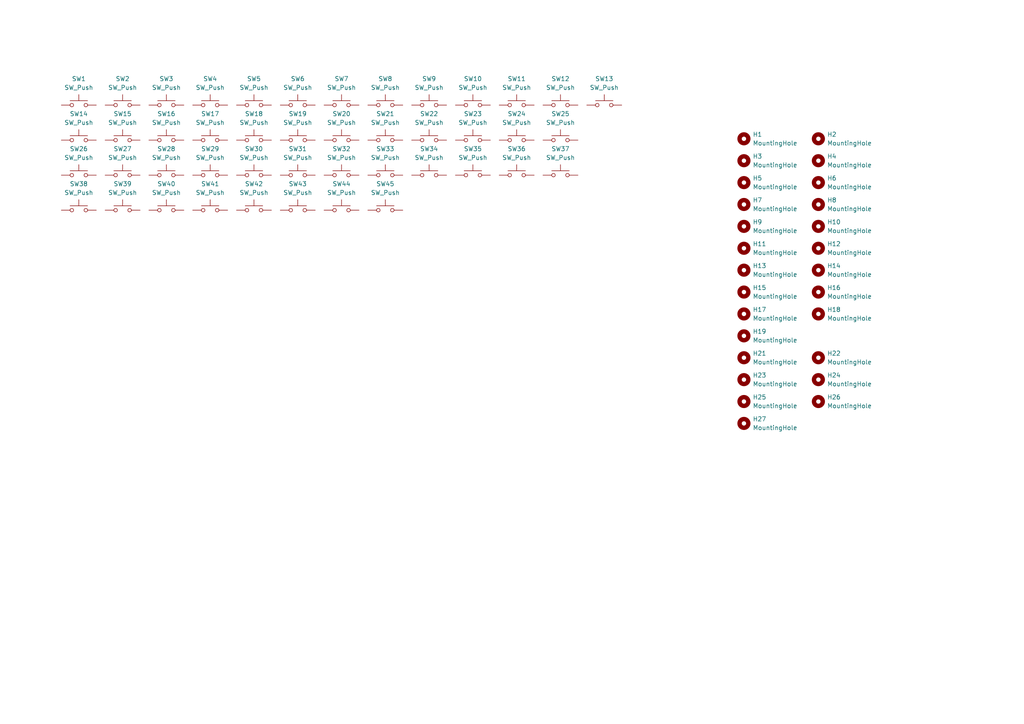
<source format=kicad_sch>
(kicad_sch (version 20230121) (generator eeschema)
  (paper "A4")
  (title_block (title "capybully") (date "2023-07-18") (rev "0.1") (company "sporkus"))
  (lib_symbols
    (symbol "Mechanical:MountingHole" (pin_names (offset 1.016))
      (property "Reference" "H" (at 0 5.08 0))
      (property "Value" "MountingHole" (at 0 3.175 0))
      (symbol "MountingHole_0_1"
        (circle (center 0 0) (radius 1.27) (stroke (width 1.27)))
      )
    )
    (symbol "Switch:SW_Push" (pin_numbers hide) (pin_names (offset 1.016) hide)
      (property "Reference" "SW" (at 1.27 2.54 0))
      (property "Value" "SW_Push" (at 0 -1.524 0))
      (symbol "SW_Push_0_1"
        (circle (center -2.032 0) (radius 0.508))
        (polyline (pts (xy 0 1.27) (xy 0 3.048)))
        (polyline (pts (xy 2.54 1.27) (xy -2.54 1.27)))
        (circle (center 2.032 0) (radius 0.508))
        (pin passive line (at -5.08 0 0) (length 2.54) (name "1") (number "1"))
        (pin passive line (at 5.08 0 180) (length 2.54) (name "2") (number "2"))
      )
    )
  )
  (symbol (lib_id "Switch:SW_Push") (at 137.16 30.48 0) (unit 1)
    (property "Reference" "SW10" (at 137.16 22.86 0))
    (property "Value" "SW_Push" (at 137.16 25.4 0))
    (property "Footprint" "capacitive_sensors:plate_cut_1U_topre" (effects hide))
  )
  (symbol (lib_id "Switch:SW_Push") (at 73.66 30.48 0) (unit 1)
    (property "Reference" "SW5" (at 73.66 22.86 0))
    (property "Value" "SW_Push" (at 73.66 25.4 0))
    (property "Footprint" "capacitive_sensors:plate_cut_1U_topre" (effects hide))
  )
  (symbol (lib_id "Switch:SW_Push") (at 111.76 30.48 0) (unit 1)
    (property "Reference" "SW8" (at 111.76 22.86 0))
    (property "Value" "SW_Push" (at 111.76 25.4 0))
    (property "Footprint" "capacitive_sensors:plate_cut_1U_topre" (effects hide))
  )
  (symbol (lib_id "Switch:SW_Push") (at 22.86 50.8 0) (unit 1)
    (property "Reference" "SW26" (at 22.86 43.18 0))
    (property "Value" "SW_Push" (at 22.86 45.72 0))
    (property "Footprint" "capacitive_sensors:plate_cut_2U_topre" (effects hide))
  )
  (symbol (lib_id "Switch:SW_Push") (at 99.06 50.8 0) (unit 1)
    (property "Reference" "SW32" (at 99.06 43.18 0))
    (property "Value" "SW_Push" (at 99.06 45.72 0))
    (property "Footprint" "capacitive_sensors:plate_cut_1U_topre" (effects hide))
  )
  (symbol (lib_id "Switch:SW_Push") (at 137.16 50.8 0) (unit 1)
    (property "Reference" "SW35" (at 137.16 43.18 0))
    (property "Value" "SW_Push" (at 137.16 45.72 0))
    (property "Footprint" "capacitive_sensors:plate_cut_1U_topre" (effects hide))
  )
  (symbol (lib_id "Switch:SW_Push") (at 60.96 40.64 0) (unit 1)
    (property "Reference" "SW17" (at 60.96 33.02 0))
    (property "Value" "SW_Push" (at 60.96 35.56 0))
    (property "Footprint" "capacitive_sensors:plate_cut_1U_topre" (effects hide))
  )
  (symbol (lib_id "Mechanical:MountingHole") (at 215.773 72.009 0) (unit 1)
    (property "Reference" "H11" (at 218.313 70.739 0) (effects (justify left)))
    (property "Value" "MountingHole" (at 218.313 73.279 0) (effects (justify left)))
    (property "Footprint" "capacitive_sensors:MountingHole_2.2mm_M2" (effects hide))
  )
  (symbol (lib_id "Mechanical:MountingHole") (at 237.363 72.009 0) (unit 1)
    (property "Reference" "H12" (at 239.903 70.739 0) (effects (justify left)))
    (property "Value" "MountingHole" (at 239.903 73.279 0) (effects (justify left)))
    (property "Footprint" "capacitive_sensors:MountingHole_2.2mm_M2" (effects hide))
  )
  (symbol (lib_id "Switch:SW_Push") (at 99.06 40.64 0) (unit 1)
    (property "Reference" "SW20" (at 99.06 33.02 0))
    (property "Value" "SW_Push" (at 99.06 35.56 0))
    (property "Footprint" "capacitive_sensors:plate_cut_1U_topre" (effects hide))
  )
  (symbol (lib_id "Switch:SW_Push") (at 22.86 40.64 0) (unit 1)
    (property "Reference" "SW14" (at 22.86 33.02 0))
    (property "Value" "SW_Push" (at 22.86 35.56 0))
    (property "Footprint" "capacitive_sensors:plate_cut_combo_0.25u_offset_topre" (effects hide))
  )
  (symbol (lib_id "Mechanical:MountingHole") (at 215.773 103.759 0) (unit 1)
    (property "Reference" "H21" (at 218.313 102.489 0) (effects (justify left)))
    (property "Value" "MountingHole" (at 218.313 105.029 0) (effects (justify left)))
    (property "Footprint" "capacitive_sensors:MountingHole_2.2mm_M2" (effects hide))
  )
  (symbol (lib_id "Mechanical:MountingHole") (at 237.363 78.359 0) (unit 1)
    (property "Reference" "H14" (at 239.903 77.089 0) (effects (justify left)))
    (property "Value" "MountingHole" (at 239.903 79.629 0) (effects (justify left)))
    (property "Footprint" "capacitive_sensors:MountingHole_2.2mm_M2" (effects hide))
  )
  (symbol (lib_id "Switch:SW_Push") (at 111.76 40.64 0) (unit 1)
    (property "Reference" "SW21" (at 111.76 33.02 0))
    (property "Value" "SW_Push" (at 111.76 35.56 0))
    (property "Footprint" "capacitive_sensors:plate_cut_1U_topre" (effects hide))
  )
  (symbol (lib_id "Switch:SW_Push") (at 137.16 40.64 0) (unit 1)
    (property "Reference" "SW23" (at 137.16 33.02 0))
    (property "Value" "SW_Push" (at 137.16 35.56 0))
    (property "Footprint" "capacitive_sensors:plate_cut_1U_topre" (effects hide))
  )
  (symbol (lib_id "Switch:SW_Push") (at 162.56 50.8 0) (unit 1)
    (property "Reference" "SW37" (at 162.56 43.18 0))
    (property "Value" "SW_Push" (at 162.56 45.72 0))
    (property "Footprint" "capacitive_sensors:plate_cut_1U_topre" (effects hide))
  )
  (symbol (lib_id "Switch:SW_Push") (at 73.66 50.8 0) (unit 1)
    (property "Reference" "SW30" (at 73.66 43.18 0))
    (property "Value" "SW_Push" (at 73.66 45.72 0))
    (property "Footprint" "capacitive_sensors:plate_cut_1U_topre" (effects hide))
  )
  (symbol (lib_id "Switch:SW_Push") (at 73.66 40.64 0) (unit 1)
    (property "Reference" "SW18" (at 73.66 33.02 0))
    (property "Value" "SW_Push" (at 73.66 35.56 0))
    (property "Footprint" "capacitive_sensors:plate_cut_1U_topre" (effects hide))
  )
  (symbol (lib_id "Switch:SW_Push") (at 175.26 30.48 0) (unit 1)
    (property "Reference" "SW13" (at 175.26 22.86 0))
    (property "Value" "SW_Push" (at 175.26 25.4 0))
    (property "Footprint" "capacitive_sensors:plate_cut_1U_topre" (effects hide))
  )
  (symbol (lib_id "Switch:SW_Push") (at 86.36 60.96 0) (unit 1)
    (property "Reference" "SW43" (at 86.36 53.34 0))
    (property "Value" "SW_Push" (at 86.36 55.88 0))
    (property "Footprint" "capacitive_sensors:plate_cut_1U_topre" (effects hide))
  )
  (symbol (lib_id "Switch:SW_Push") (at 60.96 50.8 0) (unit 1)
    (property "Reference" "SW29" (at 60.96 43.18 0))
    (property "Value" "SW_Push" (at 60.96 45.72 0))
    (property "Footprint" "capacitive_sensors:plate_cut_1U_topre" (effects hide))
  )
  (symbol (lib_id "Switch:SW_Push") (at 35.56 30.48 0) (unit 1)
    (property "Reference" "SW2" (at 35.56 22.86 0))
    (property "Value" "SW_Push" (at 35.56 25.4 0))
    (property "Footprint" "capacitive_sensors:plate_cut_1U_topre" (effects hide))
  )
  (symbol (lib_id "Switch:SW_Push") (at 35.56 50.8 0) (unit 1)
    (property "Reference" "SW27" (at 35.56 43.18 0))
    (property "Value" "SW_Push" (at 35.56 45.72 0))
    (property "Footprint" "capacitive_sensors:plate_cut_1U_topre" (effects hide))
  )
  (symbol (lib_id "Switch:SW_Push") (at 48.26 40.64 0) (unit 1)
    (property "Reference" "SW16" (at 48.26 33.02 0))
    (property "Value" "SW_Push" (at 48.26 35.56 0))
    (property "Footprint" "capacitive_sensors:plate_cut_1U_topre" (effects hide))
  )
  (symbol (lib_id "Switch:SW_Push") (at 86.36 50.8 0) (unit 1)
    (property "Reference" "SW31" (at 86.36 43.18 0))
    (property "Value" "SW_Push" (at 86.36 45.72 0))
    (property "Footprint" "capacitive_sensors:plate_cut_1U_topre" (effects hide))
  )
  (symbol (lib_id "Mechanical:MountingHole") (at 215.773 97.409 0) (unit 1)
    (property "Reference" "H19" (at 218.313 96.139 0) (effects (justify left)))
    (property "Value" "MountingHole" (at 218.313 98.679 0) (effects (justify left)))
    (property "Footprint" "capacitive_sensors:MountingHole_2.2mm_M2" (effects hide))
  )
  (symbol (lib_id "Switch:SW_Push") (at 35.56 60.96 0) (unit 1)
    (property "Reference" "SW39" (at 35.56 53.34 0))
    (property "Value" "SW_Push" (at 35.56 55.88 0))
    (property "Footprint" "capacitive_sensors:plate_cut_1U_topre" (effects hide))
  )
  (symbol (lib_id "Mechanical:MountingHole") (at 215.773 46.609 0) (unit 1)
    (property "Reference" "H3" (at 218.313 45.339 0) (effects (justify left)))
    (property "Value" "MountingHole" (at 218.313 47.879 0) (effects (justify left)))
    (property "Footprint" "capacitive_sensors:MountingHole_2.2mm_M2" (effects hide))
  )
  (symbol (lib_id "Mechanical:MountingHole") (at 215.773 91.059 0) (unit 1)
    (property "Reference" "H17" (at 218.313 89.789 0) (effects (justify left)))
    (property "Value" "MountingHole" (at 218.313 92.329 0) (effects (justify left)))
    (property "Footprint" "capacitive_sensors:MountingHole_2.2mm_M2" (effects hide))
  )
  (symbol (lib_id "Mechanical:MountingHole") (at 237.363 46.609 0) (unit 1)
    (property "Reference" "H4" (at 239.903 45.339 0) (effects (justify left)))
    (property "Value" "MountingHole" (at 239.903 47.879 0) (effects (justify left)))
    (property "Footprint" "capacitive_sensors:MountingHole_2.2mm_M2" (effects hide))
  )
  (symbol (lib_id "Mechanical:MountingHole") (at 237.363 91.059 0) (unit 1)
    (property "Reference" "H18" (at 239.903 89.789 0) (effects (justify left)))
    (property "Value" "MountingHole" (at 239.903 92.329 0) (effects (justify left)))
    (property "Footprint" "capacitive_sensors:MountingHole_2.2mm_M2" (effects hide))
  )
  (symbol (lib_id "Mechanical:MountingHole") (at 215.773 78.359 0) (unit 1)
    (property "Reference" "H13" (at 218.313 77.089 0) (effects (justify left)))
    (property "Value" "MountingHole" (at 218.313 79.629 0) (effects (justify left)))
    (property "Footprint" "capacitive_sensors:MountingHole_2.2mm_M2" (effects hide))
  )
  (symbol (lib_id "Mechanical:MountingHole") (at 237.363 52.959 0) (unit 1)
    (property "Reference" "H6" (at 239.903 51.689 0) (effects (justify left)))
    (property "Value" "MountingHole" (at 239.903 54.229 0) (effects (justify left)))
    (property "Footprint" "capacitive_sensors:MountingHole_2.2mm_M2" (effects hide))
  )
  (symbol (lib_id "Switch:SW_Push") (at 149.86 30.48 0) (unit 1)
    (property "Reference" "SW11" (at 149.86 22.86 0))
    (property "Value" "SW_Push" (at 149.86 25.4 0))
    (property "Footprint" "capacitive_sensors:plate_cut_1U_topre" (effects hide))
  )
  (symbol (lib_id "Mechanical:MountingHole") (at 215.773 122.809 0) (unit 1)
    (property "Reference" "H27" (at 218.313 121.539 0) (effects (justify left)))
    (property "Value" "MountingHole" (at 218.313 124.079 0) (effects (justify left)))
    (property "Footprint" "capacitive_sensors:MountingHole_2.2mm_M2" (effects hide))
  )
  (symbol (lib_id "Mechanical:MountingHole") (at 215.773 59.309 0) (unit 1)
    (property "Reference" "H7" (at 218.313 58.039 0) (effects (justify left)))
    (property "Value" "MountingHole" (at 218.313 60.579 0) (effects (justify left)))
    (property "Footprint" "capacitive_sensors:MountingHole_2.2mm_M2" (effects hide))
  )
  (symbol (lib_id "Switch:SW_Push") (at 48.26 60.96 0) (unit 1)
    (property "Reference" "SW40" (at 48.26 53.34 0))
    (property "Value" "SW_Push" (at 48.26 55.88 0))
    (property "Footprint" "capacitive_sensors:plate_cut_1U_topre" (effects hide))
  )
  (symbol (lib_id "Switch:SW_Push") (at 162.56 30.48 0) (unit 1)
    (property "Reference" "SW12" (at 162.56 22.86 0))
    (property "Value" "SW_Push" (at 162.56 25.4 0))
    (property "Footprint" "capacitive_sensors:plate_cut_1U_topre" (effects hide))
  )
  (symbol (lib_id "Switch:SW_Push") (at 99.06 30.48 0) (unit 1)
    (property "Reference" "SW7" (at 99.06 22.86 0))
    (property "Value" "SW_Push" (at 99.06 25.4 0))
    (property "Footprint" "capacitive_sensors:plate_cut_1U_topre" (effects hide))
  )
  (symbol (lib_id "Switch:SW_Push") (at 22.86 60.96 0) (unit 1)
    (property "Reference" "SW38" (at 22.86 53.34 0))
    (property "Value" "SW_Push" (at 22.86 55.88 0))
    (property "Footprint" "capacitive_sensors:plate_cut_1U_topre" (effects hide))
  )
  (symbol (lib_id "Mechanical:MountingHole") (at 237.363 65.659 0) (unit 1)
    (property "Reference" "H10" (at 239.903 64.389 0) (effects (justify left)))
    (property "Value" "MountingHole" (at 239.903 66.929 0) (effects (justify left)))
    (property "Footprint" "capacitive_sensors:MountingHole_2.2mm_M2" (effects hide))
  )
  (symbol (lib_id "Mechanical:MountingHole") (at 237.363 110.109 0) (unit 1)
    (property "Reference" "H24" (at 239.903 108.839 0) (effects (justify left)))
    (property "Value" "MountingHole" (at 239.903 111.379 0) (effects (justify left)))
    (property "Footprint" "capacitive_sensors:MountingHole_2.2mm_M2" (effects hide))
  )
  (symbol (lib_id "Switch:SW_Push") (at 149.86 50.8 0) (unit 1)
    (property "Reference" "SW36" (at 149.86 43.18 0))
    (property "Value" "SW_Push" (at 149.86 45.72 0))
    (property "Footprint" "capacitive_sensors:plate_cut_1U_topre" (effects hide))
  )
  (symbol (lib_id "Switch:SW_Push") (at 73.66 60.96 0) (unit 1)
    (property "Reference" "SW42" (at 73.66 53.34 0))
    (property "Value" "SW_Push" (at 73.66 55.88 0))
    (property "Footprint" "capacitive_sensors:plate_cut_2U_topre" (effects hide))
  )
  (symbol (lib_id "Mechanical:MountingHole") (at 215.773 110.109 0) (unit 1)
    (property "Reference" "H23" (at 218.313 108.839 0) (effects (justify left)))
    (property "Value" "MountingHole" (at 218.313 111.379 0) (effects (justify left)))
    (property "Footprint" "capacitive_sensors:MountingHole_2.2mm_M2" (effects hide))
  )
  (symbol (lib_id "Switch:SW_Push") (at 48.26 50.8 0) (unit 1)
    (property "Reference" "SW28" (at 48.26 43.18 0))
    (property "Value" "SW_Push" (at 48.26 45.72 0))
    (property "Footprint" "capacitive_sensors:plate_cut_1U_topre" (effects hide))
  )
  (symbol (lib_id "Mechanical:MountingHole") (at 215.773 84.709 0) (unit 1)
    (property "Reference" "H15" (at 218.313 83.439 0) (effects (justify left)))
    (property "Value" "MountingHole" (at 218.313 85.979 0) (effects (justify left)))
    (property "Footprint" "capacitive_sensors:MountingHole_2.2mm_M2" (effects hide))
  )
  (symbol (lib_id "Switch:SW_Push") (at 60.96 30.48 0) (unit 1)
    (property "Reference" "SW4" (at 60.96 22.86 0))
    (property "Value" "SW_Push" (at 60.96 25.4 0))
    (property "Footprint" "capacitive_sensors:plate_cut_1U_topre" (effects hide))
  )
  (symbol (lib_id "Switch:SW_Push") (at 124.46 30.48 0) (unit 1)
    (property "Reference" "SW9" (at 124.46 22.86 0))
    (property "Value" "SW_Push" (at 124.46 25.4 0))
    (property "Footprint" "capacitive_sensors:plate_cut_1U_topre" (effects hide))
  )
  (symbol (lib_id "Mechanical:MountingHole") (at 237.363 116.459 0) (unit 1)
    (property "Reference" "H26" (at 239.903 115.189 0) (effects (justify left)))
    (property "Value" "MountingHole" (at 239.903 117.729 0) (effects (justify left)))
    (property "Footprint" "capacitive_sensors:MountingHole_2.2mm_M2" (effects hide))
  )
  (symbol (lib_id "Switch:SW_Push") (at 35.56 40.64 0) (unit 1)
    (property "Reference" "SW15" (at 35.56 33.02 0))
    (property "Value" "SW_Push" (at 35.56 35.56 0))
    (property "Footprint" "capacitive_sensors:plate_cut_1U_topre" (effects hide))
  )
  (symbol (lib_id "Switch:SW_Push") (at 86.36 40.64 0) (unit 1)
    (property "Reference" "SW19" (at 86.36 33.02 0))
    (property "Value" "SW_Push" (at 86.36 35.56 0))
    (property "Footprint" "capacitive_sensors:plate_cut_1U_topre" (effects hide))
  )
  (symbol (lib_id "Switch:SW_Push") (at 111.76 50.8 0) (unit 1)
    (property "Reference" "SW33" (at 111.76 43.18 0))
    (property "Value" "SW_Push" (at 111.76 45.72 0))
    (property "Footprint" "capacitive_sensors:plate_cut_1U_topre" (effects hide))
  )
  (symbol (lib_id "Mechanical:MountingHole") (at 215.773 52.959 0) (unit 1)
    (property "Reference" "H5" (at 218.313 51.689 0) (effects (justify left)))
    (property "Value" "MountingHole" (at 218.313 54.229 0) (effects (justify left)))
    (property "Footprint" "capacitive_sensors:MountingHole_2.2mm_M2" (effects hide))
  )
  (symbol (lib_id "Mechanical:MountingHole") (at 215.773 65.659 0) (unit 1)
    (property "Reference" "H9" (at 218.313 64.389 0) (effects (justify left)))
    (property "Value" "MountingHole" (at 218.313 66.929 0) (effects (justify left)))
    (property "Footprint" "capacitive_sensors:MountingHole_2.2mm_M2" (effects hide))
  )
  (symbol (lib_id "Switch:SW_Push") (at 22.86 30.48 0) (unit 1)
    (property "Reference" "SW1" (at 22.86 22.86 0))
    (property "Value" "SW_Push" (at 22.86 25.4 0))
    (property "Footprint" "capacitive_sensors:plate_cut_1U_topre" (effects hide))
  )
  (symbol (lib_id "Mechanical:MountingHole") (at 237.363 40.259 0) (unit 1)
    (property "Reference" "H2" (at 239.903 38.989 0) (effects (justify left)))
    (property "Value" "MountingHole" (at 239.903 41.529 0) (effects (justify left)))
    (property "Footprint" "capacitive_sensors:MountingHole_2.2mm_M2" (effects hide))
  )
  (symbol (lib_id "Mechanical:MountingHole") (at 215.773 116.459 0) (unit 1)
    (property "Reference" "H25" (at 218.313 115.189 0) (effects (justify left)))
    (property "Value" "MountingHole" (at 218.313 117.729 0) (effects (justify left)))
    (property "Footprint" "capacitive_sensors:MountingHole_2.2mm_M2" (effects hide))
  )
  (symbol (lib_id "Switch:SW_Push") (at 124.46 50.8 0) (unit 1)
    (property "Reference" "SW34" (at 124.46 43.18 0))
    (property "Value" "SW_Push" (at 124.46 45.72 0))
    (property "Footprint" "capacitive_sensors:plate_cut_1U_topre" (effects hide))
  )
  (symbol (lib_id "Switch:SW_Push") (at 86.36 30.48 0) (unit 1)
    (property "Reference" "SW6" (at 86.36 22.86 0))
    (property "Value" "SW_Push" (at 86.36 25.4 0))
    (property "Footprint" "capacitive_sensors:plate_cut_1U_topre" (effects hide))
  )
  (symbol (lib_id "Switch:SW_Push") (at 162.56 40.64 0) (unit 1)
    (property "Reference" "SW25" (at 162.56 33.02 0))
    (property "Value" "SW_Push" (at 162.56 35.56 0))
    (property "Footprint" "capacitive_sensors:plate_cut_1U_topre" (effects hide))
  )
  (symbol (lib_id "Switch:SW_Push") (at 48.26 30.48 0) (unit 1)
    (property "Reference" "SW3" (at 48.26 22.86 0))
    (property "Value" "SW_Push" (at 48.26 25.4 0))
    (property "Footprint" "capacitive_sensors:plate_cut_1U_topre" (effects hide))
  )
  (symbol (lib_id "Switch:SW_Push") (at 124.46 40.64 0) (unit 1)
    (property "Reference" "SW22" (at 124.46 33.02 0))
    (property "Value" "SW_Push" (at 124.46 35.56 0))
    (property "Footprint" "capacitive_sensors:plate_cut_1U_topre" (effects hide))
  )
  (symbol (lib_id "Switch:SW_Push") (at 99.06 60.96 0) (unit 1)
    (property "Reference" "SW44" (at 99.06 53.34 0))
    (property "Value" "SW_Push" (at 99.06 55.88 0))
    (property "Footprint" "capacitive_sensors:plate_cut_1U_topre" (effects hide))
  )
  (symbol (lib_id "Mechanical:MountingHole") (at 237.363 103.759 0) (unit 1)
    (property "Reference" "H22" (at 239.903 102.489 0) (effects (justify left)))
    (property "Value" "MountingHole" (at 239.903 105.029 0) (effects (justify left)))
    (property "Footprint" "capacitive_sensors:MountingHole_2.2mm_M2" (effects hide))
  )
  (symbol (lib_id "Switch:SW_Push") (at 111.76 60.96 0) (unit 1)
    (property "Reference" "SW45" (at 111.76 53.34 0))
    (property "Value" "SW_Push" (at 111.76 55.88 0))
    (property "Footprint" "capacitive_sensors:plate_cut_1U_topre" (effects hide))
  )
  (symbol (lib_id "Switch:SW_Push") (at 60.96 60.96 0) (unit 1)
    (property "Reference" "SW41" (at 60.96 53.34 0))
    (property "Value" "SW_Push" (at 60.96 55.88 0))
    (property "Footprint" "capacitive_sensors:plate_cut_2U_topre" (effects hide))
  )
  (symbol (lib_id "Mechanical:MountingHole") (at 215.773 40.259 0) (unit 1)
    (property "Reference" "H1" (at 218.313 38.989 0) (effects (justify left)))
    (property "Value" "MountingHole" (at 218.313 41.529 0) (effects (justify left)))
    (property "Footprint" "capacitive_sensors:MountingHole_2.2mm_M2" (effects hide))
  )
  (symbol (lib_id "Mechanical:MountingHole") (at 237.363 59.309 0) (unit 1)
    (property "Reference" "H8" (at 239.903 58.039 0) (effects (justify left)))
    (property "Value" "MountingHole" (at 239.903 60.579 0) (effects (justify left)))
    (property "Footprint" "capacitive_sensors:MountingHole_2.2mm_M2" (effects hide))
  )
  (symbol (lib_id "Mechanical:MountingHole") (at 237.363 84.709 0) (unit 1)
    (property "Reference" "H16" (at 239.903 83.439 0) (effects (justify left)))
    (property "Value" "MountingHole" (at 239.903 85.979 0) (effects (justify left)))
    (property "Footprint" "capacitive_sensors:MountingHole_2.2mm_M2" (effects hide))
  )
  (symbol (lib_id "Switch:SW_Push") (at 149.86 40.64 0) (unit 1)
    (property "Reference" "SW24" (at 149.86 33.02 0))
    (property "Value" "SW_Push" (at 149.86 35.56 0))
    (property "Footprint" "capacitive_sensors:plate_cut_1U_topre" (effects hide))
  )
)
</source>
